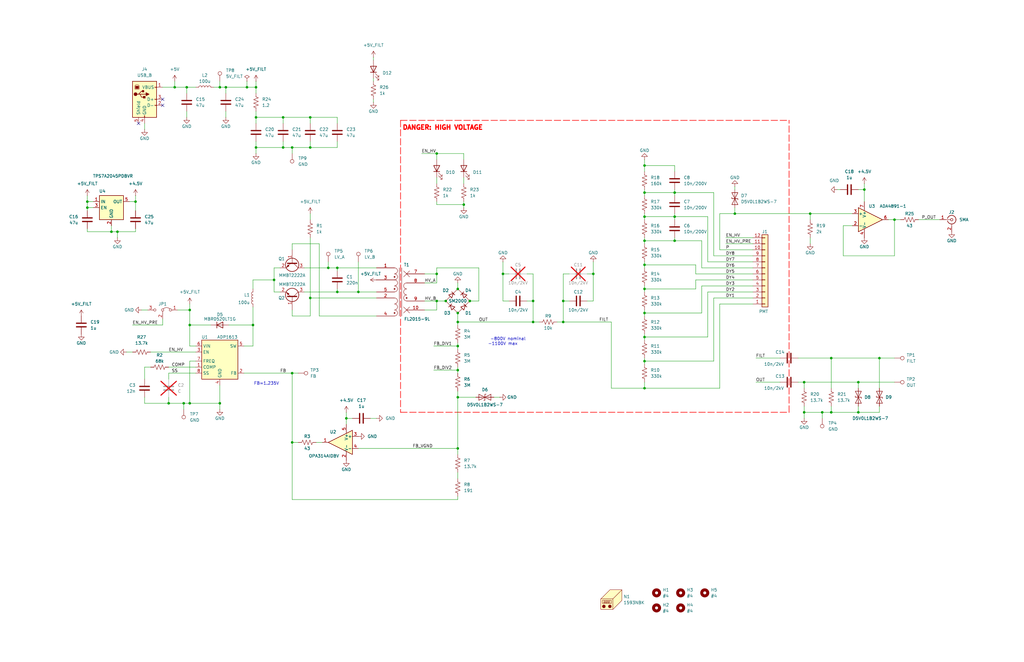
<source format=kicad_sch>
(kicad_sch (version 20231120) (generator "eeschema") (generator_version "8.0")
  (paper "B")
  (junction (at 142.24 123.19))
  (junction (at 138.43 113.03))
  (junction (at 57.15 85.09))
  (junction (at 73.66 36.83))
  (junction (at 284.48 81.28))
  (junction (at 130.81 49.53))
  (junction (at 364.49 80.01))
  (junction (at 198.12 127))
  (junction (at 107.95 62.23))
  (junction (at 123.19 157.48))
  (junction (at 271.78 142.24))
  (junction (at 193.04 167.64))
  (junction (at 341.63 90.17))
  (junction (at 184.15 64.77))
  (junction (at 271.78 111.76))
  (junction (at 71.12 170.18))
  (junction (at 151.13 123.19))
  (junction (at 195.58 86.36))
  (junction (at 250.19 115.57))
  (junction (at 309.88 90.17))
  (junction (at 237.49 127))
  (junction (at 193.04 146.05))
  (junction (at 106.68 137.16))
  (junction (at 193.04 189.23))
  (junction (at 107.95 36.83))
  (junction (at 78.74 36.83))
  (junction (at 119.38 62.23))
  (junction (at 193.04 135.89))
  (junction (at 119.38 49.53))
  (junction (at 361.95 161.29))
  (junction (at 339.09 173.99))
  (junction (at 224.79 135.89))
  (junction (at 346.71 173.99))
  (junction (at 107.95 49.53))
  (junction (at 184.15 127))
  (junction (at 49.53 97.79))
  (junction (at 271.78 69.85))
  (junction (at 115.57 118.11))
  (junction (at 104.14 36.83))
  (junction (at 212.09 115.57))
  (junction (at 271.78 152.4))
  (junction (at 36.83 85.09))
  (junction (at 142.24 113.03))
  (junction (at 350.52 151.13))
  (junction (at 370.84 151.13))
  (junction (at 224.79 127))
  (junction (at 271.78 163.83))
  (junction (at 123.19 186.69))
  (junction (at 271.78 101.6))
  (junction (at 80.01 137.16))
  (junction (at 80.01 170.18))
  (junction (at 130.81 62.23))
  (junction (at 271.78 132.08))
  (junction (at 130.81 125.73))
  (junction (at 193.04 156.21))
  (junction (at 77.47 170.18))
  (junction (at 92.71 36.83))
  (junction (at 92.71 170.18))
  (junction (at 146.05 176.53))
  (junction (at 123.19 62.23))
  (junction (at 361.95 173.99))
  (junction (at 271.78 121.92))
  (junction (at 339.09 161.29))
  (junction (at 46.99 97.79))
  (junction (at 36.83 87.63))
  (junction (at 284.48 101.6))
  (junction (at 193.04 132.08))
  (junction (at 350.52 173.99))
  (junction (at 80.01 130.81))
  (junction (at 284.48 91.44))
  (junction (at 193.04 121.92))
  (junction (at 237.49 135.89))
  (junction (at 187.96 127))
  (junction (at 95.25 36.83))
  (junction (at 271.78 91.44))
  (junction (at 271.78 81.28))
  (junction (at 184.15 115.57))
  (junction (at 377.19 92.71))
  (no_connect (at 68.58 41.91))
  (no_connect (at 68.58 44.45))
  (no_connect (at 58.42 52.07))
  (wire (pts (xy 193.04 191.77) (xy 193.04 189.23)))
  (wire (pts (xy 158.75 133.35) (xy 134.62 133.35)))
  (wire (pts (xy 339.09 161.29) (xy 339.09 163.83)))
  (wire (pts (xy 80.01 130.81) (xy 80.01 137.16)))
  (wire (pts (xy 106.68 137.16) (xy 106.68 146.05)))
  (wire (pts (xy 142.24 121.92) (xy 142.24 123.19)))
  (wire (pts (xy 119.38 62.23) (xy 107.95 62.23)))
  (wire (pts (xy 271.78 101.6) (xy 271.78 102.87)))
  (wire (pts (xy 78.74 46.99) (xy 78.74 49.53)))
  (wire (pts (xy 142.24 49.53) (xy 130.81 49.53)))
  (wire (pts (xy 95.25 36.83) (xy 104.14 36.83)))
  (wire (pts (xy 106.68 118.11) (xy 115.57 118.11)))
  (wire (pts (xy 193.04 135.89) (xy 193.04 137.16)))
  (wire (pts (xy 107.95 46.99) (xy 107.95 49.53)))
  (wire (pts (xy 303.53 105.41) (xy 317.5 105.41)))
  (wire (pts (xy 36.83 97.79) (xy 46.99 97.79)))
  (wire (pts (xy 298.45 142.24) (xy 298.45 123.19)))
  (wire (pts (xy 250.19 110.49) (xy 250.19 115.57)))
  (wire (pts (xy 224.79 135.89) (xy 227.33 135.89)))
  (wire (pts (xy 182.88 146.05) (xy 193.04 146.05)))
  (wire (pts (xy 54.61 85.09) (xy 57.15 85.09)))
  (wire (pts (xy 107.95 62.23) (xy 107.95 59.69)))
  (wire (pts (xy 355.6 107.95) (xy 377.19 107.95)))
  (wire (pts (xy 193.04 132.08) (xy 193.04 135.89)))
  (wire (pts (xy 271.78 81.28) (xy 271.78 82.55)))
  (wire (pts (xy 90.17 36.83) (xy 92.71 36.83)))
  (wire (pts (xy 142.24 52.07) (xy 142.24 49.53)))
  (wire (pts (xy 284.48 100.33) (xy 284.48 101.6)))
  (wire (pts (xy 350.52 173.99) (xy 361.95 173.99)))
  (wire (pts (xy 240.03 127) (xy 237.49 127)))
  (wire (pts (xy 284.48 81.28) (xy 300.99 81.28)))
  (wire (pts (xy 96.52 137.16) (xy 106.68 137.16)))
  (wire (pts (xy 195.58 64.77) (xy 184.15 64.77)))
  (wire (pts (xy 370.84 151.13) (xy 377.19 151.13)))
  (wire (pts (xy 71.12 154.94) (xy 82.55 154.94)))
  (wire (pts (xy 271.78 132.08) (xy 271.78 133.35)))
  (wire (pts (xy 80.01 137.16) (xy 88.9 137.16)))
  (wire (pts (xy 303.53 128.27) (xy 317.5 128.27)))
  (wire (pts (xy 128.27 123.19) (xy 142.24 123.19)))
  (wire (pts (xy 106.68 129.54) (xy 106.68 137.16)))
  (wire (pts (xy 237.49 135.89) (xy 257.81 135.89)))
  (wire (pts (xy 59.69 130.81) (xy 62.23 130.81)))
  (wire (pts (xy 201.93 127) (xy 198.12 127)))
  (wire (pts (xy 146.05 173.99) (xy 146.05 176.53)))
  (wire (pts (xy 208.28 167.64) (xy 210.82 167.64)))
  (wire (pts (xy 354.33 80.01) (xy 353.06 80.01)))
  (wire (pts (xy 271.78 140.97) (xy 271.78 142.24)))
  (wire (pts (xy 80.01 137.16) (xy 80.01 146.05)))
  (wire (pts (xy 300.99 107.95) (xy 317.5 107.95)))
  (wire (pts (xy 106.68 146.05) (xy 102.87 146.05)))
  (wire (pts (xy 364.49 80.01) (xy 364.49 85.09)))
  (wire (pts (xy 130.81 133.35) (xy 123.19 133.35)))
  (wire (pts (xy 193.04 199.39) (xy 193.04 201.93)))
  (wire (pts (xy 157.48 41.91) (xy 157.48 43.18)))
  (wire (pts (xy 104.14 36.83) (xy 107.95 36.83)))
  (wire (pts (xy 184.15 119.38) (xy 179.07 119.38)))
  (wire (pts (xy 271.78 91.44) (xy 284.48 91.44)))
  (wire (pts (xy 212.09 110.49) (xy 212.09 115.57)))
  (polyline (pts (xy 168.91 173.99) (xy 332.74 173.99)) (stroke (width 0.254) (type dash) (color 255 0 0 1)))
  (wire (pts (xy 234.95 135.89) (xy 237.49 135.89)))
  (wire (pts (xy 284.48 69.85) (xy 284.48 72.39)))
  (wire (pts (xy 298.45 123.19) (xy 317.5 123.19)))
  (wire (pts (xy 53.34 148.59) (xy 55.88 148.59)))
  (wire (pts (xy 123.19 133.35) (xy 123.19 130.81)))
  (wire (pts (xy 387.35 92.71) (xy 396.24 92.71)))
  (wire (pts (xy 341.63 90.17) (xy 359.41 90.17)))
  (wire (pts (xy 293.37 118.11) (xy 317.5 118.11)))
  (wire (pts (xy 123.19 102.87) (xy 123.19 105.41)))
  (wire (pts (xy 303.53 105.41) (xy 303.53 90.17)))
  (wire (pts (xy 193.04 165.1) (xy 193.04 167.64)))
  (wire (pts (xy 271.78 161.29) (xy 271.78 163.83)))
  (wire (pts (xy 298.45 110.49) (xy 317.5 110.49)))
  (wire (pts (xy 77.47 170.18) (xy 80.01 170.18)))
  (wire (pts (xy 300.99 152.4) (xy 271.78 152.4)))
  (wire (pts (xy 293.37 121.92) (xy 293.37 118.11)))
  (wire (pts (xy 134.62 102.87) (xy 123.19 102.87)))
  (wire (pts (xy 193.04 156.21) (xy 193.04 157.48)))
  (wire (pts (xy 237.49 115.57) (xy 237.49 127)))
  (wire (pts (xy 57.15 85.09) (xy 57.15 88.9)))
  (wire (pts (xy 346.71 173.99) (xy 346.71 176.53)))
  (wire (pts (xy 271.78 69.85) (xy 284.48 69.85)))
  (polyline (pts (xy 168.91 50.8) (xy 168.91 173.99)) (stroke (width 0.254) (type dash) (color 255 0 0 1)))
  (wire (pts (xy 195.58 67.31) (xy 195.58 64.77)))
  (wire (pts (xy 36.83 96.52) (xy 36.83 97.79)))
  (wire (pts (xy 107.95 34.29) (xy 107.95 36.83)))
  (wire (pts (xy 339.09 173.99) (xy 339.09 176.53)))
  (wire (pts (xy 60.96 160.02) (xy 60.96 154.94)))
  (wire (pts (xy 179.07 127) (xy 184.15 127)))
  (wire (pts (xy 193.04 135.89) (xy 224.79 135.89)))
  (wire (pts (xy 134.62 133.35) (xy 134.62 102.87)))
  (wire (pts (xy 182.88 156.21) (xy 193.04 156.21)))
  (wire (pts (xy 157.48 24.13) (xy 157.48 25.4)))
  (wire (pts (xy 193.04 210.82) (xy 193.04 209.55)))
  (wire (pts (xy 151.13 189.23) (xy 193.04 189.23)))
  (wire (pts (xy 107.95 36.83) (xy 107.95 39.37)))
  (wire (pts (xy 195.58 85.09) (xy 195.58 86.36)))
  (wire (pts (xy 271.78 111.76) (xy 271.78 113.03)))
  (wire (pts (xy 306.07 102.87) (xy 317.5 102.87)))
  (wire (pts (xy 257.81 135.89) (xy 257.81 163.83)))
  (wire (pts (xy 271.78 152.4) (xy 271.78 153.67)))
  (wire (pts (xy 224.79 127) (xy 224.79 135.89)))
  (wire (pts (xy 271.78 111.76) (xy 293.37 111.76)))
  (wire (pts (xy 115.57 118.11) (xy 115.57 113.03)))
  (wire (pts (xy 370.84 171.45) (xy 370.84 173.99)))
  (wire (pts (xy 36.83 85.09) (xy 39.37 85.09)))
  (wire (pts (xy 142.24 113.03) (xy 158.75 113.03)))
  (wire (pts (xy 339.09 171.45) (xy 339.09 173.99)))
  (wire (pts (xy 73.66 36.83) (xy 78.74 36.83)))
  (wire (pts (xy 346.71 173.99) (xy 350.52 173.99)))
  (wire (pts (xy 271.78 130.81) (xy 271.78 132.08)))
  (wire (pts (xy 298.45 91.44) (xy 298.45 110.49)))
  (wire (pts (xy 295.91 132.08) (xy 295.91 120.65)))
  (wire (pts (xy 284.48 101.6) (xy 271.78 101.6)))
  (wire (pts (xy 377.19 107.95) (xy 377.19 92.71)))
  (wire (pts (xy 271.78 151.13) (xy 271.78 152.4)))
  (wire (pts (xy 95.25 46.99) (xy 95.25 49.53)))
  (wire (pts (xy 55.88 137.16) (xy 68.58 137.16)))
  (wire (pts (xy 46.99 97.79) (xy 49.53 97.79)))
  (wire (pts (xy 222.25 127) (xy 224.79 127)))
  (wire (pts (xy 133.35 186.69) (xy 135.89 186.69)))
  (wire (pts (xy 336.55 151.13) (xy 350.52 151.13)))
  (wire (pts (xy 130.81 49.53) (xy 119.38 49.53)))
  (wire (pts (xy 306.07 100.33) (xy 317.5 100.33)))
  (wire (pts (xy 300.99 125.73) (xy 317.5 125.73)))
  (wire (pts (xy 60.96 52.07) (xy 60.96 54.61)))
  (wire (pts (xy 271.78 121.92) (xy 271.78 123.19)))
  (wire (pts (xy 195.58 74.93) (xy 195.58 77.47)))
  (wire (pts (xy 271.78 120.65) (xy 271.78 121.92)))
  (wire (pts (xy 60.96 170.18) (xy 71.12 170.18)))
  (wire (pts (xy 250.19 115.57) (xy 247.65 115.57)))
  (wire (pts (xy 309.88 80.01) (xy 309.88 78.74)))
  (wire (pts (xy 39.37 87.63) (xy 36.83 87.63)))
  (wire (pts (xy 193.04 146.05) (xy 193.04 147.32)))
  (wire (pts (xy 128.27 113.03) (xy 138.43 113.03)))
  (wire (pts (xy 179.07 130.81) (xy 184.15 130.81)))
  (wire (pts (xy 257.81 163.83) (xy 271.78 163.83)))
  (wire (pts (xy 293.37 111.76) (xy 293.37 115.57)))
  (wire (pts (xy 142.24 59.69) (xy 142.24 62.23)))
  (wire (pts (xy 57.15 97.79) (xy 57.15 96.52)))
  (wire (pts (xy 130.81 125.73) (xy 158.75 125.73)))
  (wire (pts (xy 284.48 80.01) (xy 284.48 81.28)))
  (wire (pts (xy 63.5 148.59) (xy 82.55 148.59)))
  (wire (pts (xy 119.38 52.07) (xy 119.38 49.53)))
  (wire (pts (xy 92.71 162.56) (xy 92.71 170.18)))
  (wire (pts (xy 36.83 87.63) (xy 36.83 85.09)))
  (wire (pts (xy 36.83 87.63) (xy 36.83 88.9)))
  (wire (pts (xy 184.15 127) (xy 187.96 127)))
  (wire (pts (xy 179.07 115.57) (xy 184.15 115.57)))
  (wire (pts (xy 158.75 176.53) (xy 156.21 176.53)))
  (wire (pts (xy 80.01 170.18) (xy 92.71 170.18)))
  (wire (pts (xy 123.19 62.23) (xy 123.19 64.77)))
  (wire (pts (xy 336.55 161.29) (xy 339.09 161.29)))
  (wire (pts (xy 350.52 151.13) (xy 350.52 163.83)))
  (wire (pts (xy 214.63 127) (xy 212.09 127)))
  (wire (pts (xy 193.04 167.64) (xy 193.04 189.23)))
  (wire (pts (xy 74.93 130.81) (xy 80.01 130.81)))
  (wire (pts (xy 184.15 85.09) (xy 184.15 86.36)))
  (wire (pts (xy 370.84 151.13) (xy 370.84 163.83)))
  (wire (pts (xy 92.71 34.29) (xy 92.71 36.83)))
  (wire (pts (xy 106.68 121.92) (xy 106.68 118.11)))
  (wire (pts (xy 80.01 146.05) (xy 82.55 146.05)))
  (wire (pts (xy 78.74 36.83) (xy 82.55 36.83)))
  (wire (pts (xy 295.91 120.65) (xy 317.5 120.65)))
  (wire (pts (xy 284.48 81.28) (xy 284.48 82.55)))
  (wire (pts (xy 123.19 186.69) (xy 123.19 210.82)))
  (wire (pts (xy 57.15 82.55) (xy 57.15 85.09)))
  (wire (pts (xy 184.15 115.57) (xy 184.15 119.38)))
  (wire (pts (xy 130.81 62.23) (xy 142.24 62.23)))
  (wire (pts (xy 271.78 163.83) (xy 303.53 163.83)))
  (wire (pts (xy 71.12 167.64) (xy 71.12 170.18)))
  (wire (pts (xy 271.78 80.01) (xy 271.78 81.28)))
  (wire (pts (xy 115.57 123.19) (xy 115.57 118.11)))
  (wire (pts (xy 60.96 167.64) (xy 60.96 170.18)))
  (wire (pts (xy 284.48 90.17) (xy 284.48 91.44)))
  (wire (pts (xy 146.05 176.53) (xy 146.05 179.07)))
  (wire (pts (xy 49.53 97.79) (xy 57.15 97.79)))
  (wire (pts (xy 359.41 95.25) (xy 355.6 95.25)))
  (wire (pts (xy 271.78 67.31) (xy 271.78 69.85)))
  (wire (pts (xy 130.81 62.23) (xy 123.19 62.23)))
  (wire (pts (xy 68.58 134.62) (xy 68.58 137.16)))
  (wire (pts (xy 271.78 91.44) (xy 271.78 92.71)))
  (wire (pts (xy 195.58 86.36) (xy 195.58 87.63)))
  (wire (pts (xy 138.43 110.49) (xy 138.43 113.03)))
  (wire (pts (xy 151.13 123.19) (xy 158.75 123.19)))
  (wire (pts (xy 271.78 121.92) (xy 293.37 121.92)))
  (wire (pts (xy 193.04 167.64) (xy 200.66 167.64)))
  (wire (pts (xy 377.19 92.71) (xy 379.73 92.71)))
  (wire (pts (xy 370.84 173.99) (xy 361.95 173.99)))
  (wire (pts (xy 123.19 157.48) (xy 125.73 157.48)))
  (wire (pts (xy 271.78 81.28) (xy 284.48 81.28)))
  (wire (pts (xy 300.99 81.28) (xy 300.99 107.95)))
  (wire (pts (xy 309.88 90.17) (xy 341.63 90.17)))
  (wire (pts (xy 123.19 62.23) (xy 119.38 62.23)))
  (wire (pts (xy 142.24 114.3) (xy 142.24 113.03)))
  (wire (pts (xy 201.93 113.03) (xy 201.93 127)))
  (wire (pts (xy 73.66 36.83) (xy 73.66 34.29)))
  (wire (pts (xy 300.99 125.73) (xy 300.99 152.4)))
  (wire (pts (xy 339.09 173.99) (xy 346.71 173.99)))
  (wire (pts (xy 193.04 210.82) (xy 123.19 210.82)))
  (wire (pts (xy 82.55 152.4) (xy 80.01 152.4)))
  (wire (pts (xy 92.71 36.83) (xy 95.25 36.83)))
  (wire (pts (xy 115.57 113.03) (xy 118.11 113.03)))
  (wire (pts (xy 350.52 171.45) (xy 350.52 173.99)))
  (wire (pts (xy 271.78 142.24) (xy 271.78 143.51)))
  (wire (pts (xy 46.99 95.25) (xy 46.99 97.79)))
  (wire (pts (xy 95.25 36.83) (xy 95.25 39.37)))
  (wire (pts (xy 193.04 121.92) (xy 193.04 119.38)))
  (wire (pts (xy 341.63 90.17) (xy 341.63 92.71)))
  (wire (pts (xy 102.87 157.48) (xy 123.19 157.48)))
  (wire (pts (xy 250.19 127) (xy 250.19 115.57)))
  (wire (pts (xy 361.95 80.01) (xy 364.49 80.01)))
  (wire (pts (xy 309.88 87.63) (xy 309.88 90.17)))
  (wire (pts (xy 184.15 74.93) (xy 184.15 77.47)))
  (wire (pts (xy 71.12 170.18) (xy 77.47 170.18)))
  (wire (pts (xy 284.48 91.44) (xy 284.48 92.71)))
  (wire (pts (xy 123.19 186.69) (xy 125.73 186.69)))
  (wire (pts (xy 247.65 127) (xy 250.19 127)))
  (wire (pts (xy 339.09 161.29) (xy 361.95 161.29)))
  (wire (pts (xy 36.83 82.55) (xy 36.83 85.09)))
  (wire (pts (xy 271.78 132.08) (xy 295.91 132.08)))
  (wire (pts (xy 104.14 34.29) (xy 104.14 36.83)))
  (wire (pts (xy 107.95 49.53) (xy 119.38 49.53)))
  (wire (pts (xy 271.78 110.49) (xy 271.78 111.76)))
  (wire (pts (xy 284.48 91.44) (xy 298.45 91.44)))
  (wire (pts (xy 293.37 115.57) (xy 317.5 115.57)))
  (wire (pts (xy 184.15 113.03) (xy 184.15 115.57)))
  (wire (pts (xy 142.24 123.19) (xy 151.13 123.19)))
  (wire (pts (xy 107.95 49.53) (xy 107.95 52.07)))
  (wire (pts (xy 151.13 110.49) (xy 151.13 123.19)))
  (wire (pts (xy 130.81 125.73) (xy 130.81 133.35)))
  (wire (pts (xy 71.12 160.02) (xy 71.12 157.48)))
  (wire (pts (xy 212.09 115.57) (xy 214.63 115.57)))
  (wire (pts (xy 193.04 144.78) (xy 193.04 146.05)))
  (wire (pts (xy 271.78 90.17) (xy 271.78 91.44)))
  (wire (pts (xy 350.52 151.13) (xy 370.84 151.13)))
  (wire (pts (xy 222.25 115.57) (xy 224.79 115.57)))
  (wire (pts (xy 130.81 52.07) (xy 130.81 49.53)))
  (wire (pts (xy 193.04 154.94) (xy 193.04 156.21)))
  (wire (pts (xy 80.01 128.27) (xy 80.01 130.81)))
  (wire (pts (xy 184.15 64.77) (xy 184.15 67.31)))
  (wire (pts (xy 318.77 151.13) (xy 328.93 151.13)))
  (wire (pts (xy 68.58 36.83) (xy 73.66 36.83)))
  (wire (pts (xy 78.74 39.37) (xy 78.74 36.83)))
  (wire (pts (xy 77.47 170.18) (xy 77.47 172.72)))
  (wire (pts (xy 361.95 171.45) (xy 361.95 173.99)))
  (wire (pts (xy 184.15 113.03) (xy 201.93 113.03)))
  (wire (pts (xy 49.53 97.79) (xy 49.53 100.33)))
  (wire (pts (xy 271.78 72.39) (xy 271.78 69.85)))
  (wire (pts (xy 361.95 161.29) (xy 361.95 163.83)))
  (wire (pts (xy 364.49 77.47) (xy 364.49 80.01)))
  (wire (pts (xy 92.71 172.72) (xy 92.71 170.18)))
  (wire (pts (xy 237.49 127) (xy 237.49 135.89)))
  (wire (pts (xy 361.95 161.29) (xy 377.19 161.29)))
  (wire (pts (xy 60.96 154.94) (xy 63.5 154.94)))
  (wire (pts (xy 130.81 90.17) (xy 130.81 92.71)))
  (wire (pts (xy 271.78 100.33) (xy 271.78 101.6)))
  (wire (pts (xy 303.53 163.83) (xy 303.53 128.27)))
  (wire (pts (xy 80.01 152.4) (xy 80.01 170.18)))
  (wire (pts (xy 240.03 115.57) (xy 237.49 115.57)))
  (wire (pts (xy 271.78 142.24) (xy 298.45 142.24)))
  (wire (pts (xy 157.48 33.02) (xy 157.48 34.29)))
  (polyline (pts (xy 332.74 173.99) (xy 332.74 50.8)) (stroke (width 0.254) (type dash) (color 255 0 0 1)))
  (wire (pts (xy 123.19 157.48) (xy 123.19 186.69)))
  (wire (pts (xy 295.91 101.6) (xy 284.48 101.6)))
  (wire (pts (xy 295.91 113.03) (xy 317.5 113.03)))
  (wire (pts (xy 295.91 113.03) (xy 295.91 101.6)))
  (wire (pts (xy 318.77 161.29) (xy 328.93 161.29)))
  (wire (pts (xy 303.53 90.17) (xy 309.88 90.17)))
  (wire (pts (xy 377.19 92.71) (xy 374.65 92.71)))
  (wire (pts (xy 184.15 86.36) (xy 195.58 86.36)))
  (wire (pts (xy 341.63 100.33) (xy 341.63 102.87)))
  (wire (pts (xy 138.43 113.03) (xy 142.24 113.03)))
  (wire (pts (xy 212.09 127) (xy 212.09 115.57)))
  (wire (pts (xy 184.15 127) (xy 184.15 130.81)))
  (wire (pts (xy 107.95 62.23) (xy 107.95 64.77)))
  (wire (pts (xy 118.11 123.19) (xy 115.57 123.19)))
  (wire (pts (xy 146.05 176.53) (xy 148.59 176.53)))
  (wire (pts (xy 71.12 157.48) (xy 82.55 157.48)))
  (wire (pts (xy 130.81 59.69) (xy 130.81 62.23)))
  (wire (pts (xy 224.79 115.57) (xy 224.79 127)))
  (wire (pts (xy 355.6 95.25) (xy 355.6 107.95)))
  (wire (pts (xy 130.81 100.33) (xy 130.81 125.73)))
  (wire (pts (xy 177.8 64.77) (xy 184.15 64.77)))
  (polyline (pts (xy 168.91 50.8) (xy 332.74 50.8)) (stroke (width 0.254) (type dash) (color 255 0 0 1)))
  (wire (pts (xy 119.38 59.69) (xy 119.38 62.23)))
  (text "FB=1.235V" (at 112.395 161.925 0) (effects (font (size 1.27 1.27))))
  (text " -800V nominal\n-1100V max" (at 205.74 144.145 0) (effects (font (size 1.27 1.27)) (justify left)))
  (text "DANGER: HIGH VOLTAGE" (at 186.69 53.975 0) (effects (font (size 1.905 1.905) (thickness 0.508) (bold yes))))
  (label "EN_HV_PRE" (at 55.88 137.16 0))
  (label "P_OUT" (at 388.62 92.71 0))
  (label "DY8" (at 306.07 107.95 0))
  (label "P" (at 306.07 105.41 0))
  (label "HV_B" (at 179.07 127 0))
  (label "EN_HV" (at 306.07 100.33 0))
  (label "DY2" (at 306.07 123.19 0))
  (label "DY3" (at 306.07 120.65 0))
  (label "FILT" (at 318.77 151.13 0))
  (label "FB_VGND" (at 173.99 189.23 0))
  (label "DY7" (at 306.07 110.49 0))
  (label "FB" (at 118.11 157.48 0))
  (label "OUT" (at 205.74 135.89 180))
  (label "DY5" (at 306.07 115.57 0))
  (label "EN_HV" (at 71.12 148.59 0))
  (label "FB_DIV1" (at 182.88 146.05 0))
  (label "DY6" (at 306.07 113.03 0))
  (label "EN_HV_PRE" (at 306.07 102.87 0))
  (label "OUT" (at 318.77 161.29 0))
  (label "HV_A" (at 179.07 119.38 0))
  (label "SS" (at 72.39 157.48 0))
  (label "FILT" (at 256.54 135.89 180))
  (label "COMP" (at 72.39 154.94 0))
  (label "DY4" (at 306.07 118.11 0))
  (label "EN_HV" (at 177.8 64.77 0))
  (label "FB_DIV2" (at 182.88 156.21 0))
  (label "DY1" (at 306.07 125.73 0))
  (symbol (lib_id "power:GND") (at 364.49 100.33 0) (unit 1)
    (property "Reference" "#PWR014" (effects (hide yes)))
    (property "Value" "GND" (at 364.49 104.14 0))
    (property "Description" "Power symbol creates a global label with name \"GND\" , ground" (effects (hide yes)))
  )
  (symbol (lib_id "power:GND") (at 146.05 194.31 0) (unit 1)
    (property "Reference" "#PWR06" (effects (hide yes)))
    (property "Value" "GND" (at 146.05 198.12 0))
    (property "Description" "Power symbol creates a global label with name \"GND\" , ground" (effects (hide yes)))
  )
  (symbol (lib_id "power:PWR_FLAG") (at 104.14 34.29 0) (unit 1)
    (property "Reference" "#FLG01" (effects (hide yes)))
    (property "Value" "PWR_FLAG" (effects (hide yes)))
    (property "Description" "Special symbol for telling ERC where power comes from" (effects (hide yes)))
  )
  (symbol (lib_id "Device:D_45deg") (at 195.58 124.46 180) (unit 1)
    (property "Reference" "D4" (at 197.485 122.555 0))
    (property "Value" "SM2000" (effects (hide yes)))
    (property "Footprint" "Diode_SMD:D_MELF_Handsoldering" (effects (hide yes)))
    (property "Datasheet" "https://www.smc-diodes.com/propdf/S1Y%20N2281%20REV.-.pdf" (effects (hide yes)))
    (property "Description" "Diode, rotated by 45°" (effects (hide yes)))
    (property "Sim.Device" "D" (effects (hide yes)))
    (property "Sim.Pins" "1=K 2=A" (effects (hide yes)))
    (property "DIGIKEY_PN" "4878-SM2000CT-ND" (effects (hide yes)))
  )
  (symbol (lib_id "Amplifier_Operational:OPA333xxDBV") (at 143.51 186.69 0) (mirror y) (unit 1)
    (property "Reference" "U2" (at 139.065 182.245 0) (effects (justify right)))
    (property "Value" "OPA314AIDBV" (at 130.175 192.405 0) (effects (justify right)))
    (property "Footprint" "Package_TO_SOT_SMD:SOT-23-5_HandSoldering" (effects (hide yes)))
    (property "Datasheet" "https://www.ti.com/lit/ds/symlink/opa314.pdf" (effects (hide yes)))
    (property "DIGIKEY_PN" "296-36699-1-ND" (effects (hide yes)))
  )
  (symbol (lib_id "power:GND") (at 193.04 119.38 180) (unit 1)
    (property "Reference" "#PWR01" (effects (hide yes)))
    (property "Value" "GND" (at 193.04 115.57 0))
    (property "Description" "Power symbol creates a global label with name \"GND\" , ground" (effects (hide yes)))
  )
  (symbol (lib_id "Diode:SD05_SOD323") (at 370.84 167.64 90) (unit 1)
    (property "Reference" "D9" (at 373.38 167.64 90) (effects (justify right)))
    (property "Value" "D5V0L1B2WS-7" (at 359.41 176.53 90) (effects (justify right)))
    (property "Footprint" "Diode_SMD:D_SOD-323_HandSoldering" (effects (hide yes)))
    (property "Datasheet" "https://www.littelfuse.com/~/media/electronics/datasheets/tvs_diode_arrays/littelfuse_tvs_diode_array_sd_c_datasheet.pdf.pdf" (effects (hide yes)))
    (property "Description" "5V, 450W Discrete Bidirectional TVS Diode, SOD-323" (effects (hide yes)))
    (property "DIGIKEY_PN" "D5V0L1B2WS-7DICT-ND" (effects (hide yes)))
  )
  (symbol (lib_id "pmt_symbols:ADP1613") (at 92.71 152.4 0) (unit 1)
    (property "Reference" "U1" (at 86.36 142.24 0))
    (property "Value" "ADP1613" (at 95.885 142.24 0))
    (property "Footprint" "Package_SO:MSOP-8_3x3mm_P0.65mm" (effects (hide yes)))
    (property "Datasheet" "https://www.analog.com/media/en/technical-documentation/data-sheets/ADP1612_1613.pdf" (effects (hide yes)))
    (property "DIGIKEY_PN" "505-ADP1613ARMZ-R7CT-ND" (effects (hide yes)))
  )
  (symbol (lib_id "Device:C") (at 142.24 55.88 0) (unit 1)
    (property "Reference" "C23" (at 146.05 54.6099 0) (effects (justify left)))
    (property "Value" "47u" (at 146.05 57.1499 0) (effects (justify left)))
    (property "Footprint" "Capacitor_SMD:C_1210_3225Metric_Pad1.33x2.70mm_HandSolder" (effects (hide yes)))
    (property "Description" "Unpolarized capacitor" (effects (hide yes)))
    (property "DIGIKEY_PN" "587-5922-1-ND" (effects (hide yes)))
  )
  (symbol (lib_id "Device:R_US") (at 350.52 167.64 180) (unit 1)
    (property "Reference" "R21" (at 353.06 166.3699 0) (effects (justify right)))
    (property "Value" "13.7k" (at 353.06 168.9099 0) (effects (justify right)))
    (property "Footprint" "Resistor_SMD:R_0603_1608Metric_Pad0.98x0.95mm_HandSolder" (effects (hide yes)))
    (property "Description" "Resistor, US symbol" (effects (hide yes)))
    (property "DIGIKEY_PN" "P13.7KDBCT-ND" (effects (hide yes)))
  )
  (symbol (lib_id "Device:C") (at 34.29 137.16 0) (unit 1)
    (property "Reference" "C19" (at 38.1 135.8899 0) (effects (justify left)))
    (property "Value" "1u" (at 38.1 138.4299 0) (effects (justify left)))
    (property "Footprint" "Capacitor_SMD:C_0603_1608Metric_Pad1.08x0.95mm_HandSolder" (effects (hide yes)))
    (property "Description" "Unpolarized capacitor" (effects (hide yes)))
    (property "DIGIKEY_PN" "1276-1946-1-ND" (effects (hide yes)))
  )
  (symbol (lib_id "Device:D_45deg") (at 195.58 129.54 90) (unit 1)
    (property "Reference" "D1" (at 197.485 132.08 90))
    (property "Value" "SM2000" (at 193.04 127 90))
    (property "Footprint" "Diode_SMD:D_MELF_Handsoldering" (effects (hide yes)))
    (property "Datasheet" "https://www.smc-diodes.com/propdf/S1Y%20N2281%20REV.-.pdf" (effects (hide yes)))
    (property "Description" "Diode, rotated by 45°" (effects (hide yes)))
    (property "Sim.Device" "D" (effects (hide yes)))
    (property "Sim.Pins" "1=K 2=A" (effects (hide yes)))
    (property "DIGIKEY_PN" "4878-SM2000CT-ND" (effects (hide yes)))
  )
  (symbol (lib_id "Device:C") (at 119.38 55.88 0) (unit 1)
    (property "Reference" "C21" (at 123.19 54.6099 0) (effects (justify left)))
    (property "Value" "47u" (at 123.19 57.1499 0) (effects (justify left)))
    (property "Footprint" "Capacitor_SMD:C_1210_3225Metric_Pad1.33x2.70mm_HandSolder" (effects (hide yes)))
    (property "Description" "Unpolarized capacitor" (effects (hide yes)))
    (property "DIGIKEY_PN" "587-5922-1-ND" (effects (hide yes)))
  )
  (symbol (lib_id "Device:R_US") (at 59.69 148.59 270) (unit 1)
    (property "Reference" "R27" (at 59.69 142.24 90))
    (property "Value" "13.7k" (at 59.69 144.78 90))
    (property "Footprint" "Resistor_SMD:R_0603_1608Metric_Pad0.98x0.95mm_HandSolder" (effects (hide yes)))
    (property "Description" "Resistor, US symbol" (effects (hide yes)))
    (property "DIGIKEY_PN" "P13.7KDBCT-ND" (effects (hide yes)))
  )
  (symbol (lib_id "Device:R_US") (at 271.78 147.32 0) (unit 1)
    (property "Reference" "R11" (at 274.32 146.0499 0) (effects (justify left)))
    (property "Value" "330k" (at 274.32 148.5899 0) (effects (justify left)))
    (property "Footprint" "Resistor_SMD:R_0805_2012Metric_Pad1.20x1.40mm_HandSolder" (effects (hide yes)))
    (property "Description" "Resistor, US symbol" (effects (hide yes)))
    (property "DIGIKEY_PN" "YAG5980CT-ND" (effects (hide yes)))
  )
  (symbol (lib_id "Device:R_US") (at 271.78 106.68 0) (unit 1)
    (property "Reference" "R15" (at 274.32 105.4099 0) (effects (justify left)))
    (property "Value" "330k" (at 274.32 107.9499 0) (effects (justify left)))
    (property "Footprint" "Resistor_SMD:R_0805_2012Metric_Pad1.20x1.40mm_HandSolder" (effects (hide yes)))
    (property "Description" "Resistor, US symbol" (effects (hide yes)))
    (property "DIGIKEY_PN" "YAG5980CT-ND" (effects (hide yes)))
  )
  (symbol (lib_id "Device:R_US") (at 231.14 135.89 90) (unit 1)
    (property "Reference" "R9" (at 231.14 133.35 90))
    (property "Value" "10k" (at 231.14 138.43 90))
    (property "Footprint" "Resistor_SMD:R_0805_2012Metric_Pad1.20x1.40mm_HandSolder" (effects (hide yes)))
    (property "Description" "Resistor, US symbol" (effects (hide yes)))
    (property "DIGIKEY_PN" "P10KACT-ND" (effects (hide yes)))
  )
  (symbol (lib_id "Device:C") (at 358.14 80.01 270) (unit 1)
    (property "Reference" "C18" (at 358.14 72.39 90))
    (property "Value" "1u" (at 358.14 74.93 90))
    (property "Footprint" "Capacitor_SMD:C_0603_1608Metric_Pad1.08x0.95mm_HandSolder" (effects (hide yes)))
    (property "Description" "Unpolarized capacitor" (effects (hide yes)))
    (property "DIGIKEY_PN" "1276-1946-1-ND" (effects (hide yes)))
  )
  (symbol (lib_id "Connector:TestPoint") (at 346.71 176.53 180) (unit 1)
    (property "Reference" "TP4" (at 349.25 178.5619 0) (effects (justify right)))
    (property "Value" "GND" (at 349.25 181.1019 0) (effects (justify right)))
    (property "Footprint" "TestPoint:TestPoint_Keystone_5010-5014_Multipurpose" (effects (hide yes)))
    (property "Description" "test point" (effects (hide yes)))
    (property "DIGIKEY_PN" "36-5011-ND" (effects (hide yes)))
  )
  (symbol (lib_id "Regulator_Linear:TPS7A0518PDBV") (at 46.99 87.63 0) (unit 1)
    (property "Reference" "U4" (at 43.18 80.645 0))
    (property "Value" "TPS7A2045PDBVR" (at 47.625 74.295 0))
    (property "Footprint" "Package_TO_SOT_SMD:SOT-23-5" (effects (hide yes)))
    (property "Datasheet" "https://www.ti.com/lit/ds/symlink/tps7a20.pdf" (effects (hide yes)))
    (property "Description" "300-mA Ultra-Low-Iq LDO, 4.5V, SOT-23-5" (effects (hide yes)))
    (property "DIGIKEY_PN" "296-TPS7A2045PDBVRCT-ND" (effects (hide yes)))
  )
  (symbol (lib_id "Connector:TestPoint") (at 123.19 64.77 180) (unit 1)
    (property "Reference" "TP9" (at 125.73 66.8019 0) (effects (justify right)))
    (property "Value" "GND" (at 125.73 69.3419 0) (effects (justify right)))
    (property "Footprint" "TestPoint:TestPoint_Keystone_5010-5014_Multipurpose" (effects (hide yes)))
    (property "Description" "test point" (effects (hide yes)))
    (property "DIGIKEY_PN" "36-5011-ND" (effects (hide yes)))
  )
  (symbol (lib_id "power:+5VA") (at 34.29 133.35 0) (unit 1)
    (property "Reference" "#PWR025" (effects (hide yes)))
    (property "Value" "+5V_FILT" (at 34.29 128.27 0))
    (property "Description" "Power symbol creates a global label with name \"+5VA\"" (effects (hide yes)))
  )
  (symbol (lib_id "Device:D_45deg") (at 190.5 129.54 180) (unit 1)
    (property "Reference" "D3" (at 188.595 132.08 0))
    (property "Value" "SM2000" (effects (hide yes)))
    (property "Footprint" "Diode_SMD:D_MELF_Handsoldering" (effects (hide yes)))
    (property "Datasheet" "https://www.smc-diodes.com/propdf/S1Y%20N2281%20REV.-.pdf" (effects (hide yes)))
    (property "Description" "Diode, rotated by 45°" (effects (hide yes)))
    (property "Sim.Device" "D" (effects (hide yes)))
    (property "Sim.Pins" "1=K 2=A" (effects (hide yes)))
    (property "DIGIKEY_PN" "4878-SM2000CT-ND" (effects (hide yes)))
  )
  (symbol (lib_id "power:GND") (at 53.34 148.59 270) (unit 1)
    (property "Reference" "#PWR022" (effects (hide yes)))
    (property "Value" "GND" (at 50.165 148.59 90) (effects (justify right)))
    (property "Description" "Power symbol creates a global label with name \"GND\" , ground" (effects (hide yes)))
  )
  (symbol (lib_id "power:GND") (at 339.09 176.53 0) (unit 1)
    (property "Reference" "#PWR018" (effects (hide yes)))
    (property "Value" "GND" (at 339.09 180.34 0))
    (property "Description" "Power symbol creates a global label with name \"GND\" , ground" (effects (hide yes)))
  )
  (symbol (lib_id "Device:C") (at 284.48 96.52 0) (unit 1)
    (property "Reference" "C6" (at 288.29 95.2499 0) (effects (justify left)))
    (property "Value" "10n/200V" (at 288.29 97.7899 0) (effects (justify left)))
    (property "Footprint" "Capacitor_SMD:C_0805_2012Metric_Pad1.18x1.45mm_HandSolder" (effects (hide yes)))
    (property "Description" "Unpolarized capacitor" (effects (hide yes)))
    (property "DIGIKEY_PN" "732-12169-1-ND" (effects (hide yes)))
  )
  (symbol (lib_id "power:GND") (at 92.71 172.72 0) (unit 1)
    (property "Reference" "#PWR05" (effects (hide yes)))
    (property "Value" "GND" (at 92.71 176.53 0))
    (property "Description" "Power symbol creates a global label with name \"GND\" , ground" (effects (hide yes)))
  )
  (symbol (lib_id "Device:R_US") (at 193.04 151.13 0) (unit 1)
    (property "Reference" "R5" (at 195.58 149.8599 0) (effects (justify left)))
    (property "Value" "3M" (at 195.58 152.3999 0) (effects (justify left)))
    (property "Footprint" "Resistor_SMD:R_1206_3216Metric_Pad1.30x1.75mm_HandSolder" (effects (hide yes)))
    (property "Description" "Resistor, US symbol" (effects (hide yes)))
    (property "DIGIKEY_PN" "408-RGV3216P-3004-B-T1CT-ND" (effects (hide yes)))
  )
  (symbol (lib_id "Device:C") (at 36.83 92.71 0) (mirror y) (unit 1)
    (property "Reference" "C16" (at 33.02 91.4399 0) (effects (justify left)))
    (property "Value" "47u" (at 33.02 93.9799 0) (effects (justify left)))
    (property "Footprint" "Capacitor_SMD:C_1210_3225Metric_Pad1.33x2.70mm_HandSolder" (effects (hide yes)))
    (property "Description" "Unpolarized capacitor" (effects (hide yes)))
    (property "DIGIKEY_PN" "587-5922-1-ND" (effects (hide yes)))
  )
  (symbol (lib_id "Device:R_US") (at 271.78 86.36 0) (unit 1)
    (property "Reference" "R17" (at 274.32 85.0899 0) (effects (justify left)))
    (property "Value" "330k" (at 274.32 87.6299 0) (effects (justify left)))
    (property "Footprint" "Resistor_SMD:R_0805_2012Metric_Pad1.20x1.40mm_HandSolder" (effects (hide yes)))
    (property "Description" "Resistor, US symbol" (effects (hide yes)))
    (property "DIGIKEY_PN" "YAG5980CT-ND" (effects (hide yes)))
  )
  (symbol (lib_id "Device:C") (at 95.25 43.18 0) (unit 1)
    (property "Reference" "C24" (at 99.06 41.9099 0) (effects (justify left)))
    (property "Value" "47u" (at 99.06 44.4499 0) (effects (justify left)))
    (property "Footprint" "Capacitor_SMD:C_1210_3225Metric_Pad1.33x2.70mm_HandSolder" (effects (hide yes)))
    (property "Description" "Unpolarized capacitor" (effects (hide yes)))
    (property "DIGIKEY_PN" "587-5922-1-ND" (effects (hide yes)))
  )
  (symbol (lib_id "power:GND") (at 60.96 54.61 0) (unit 1)
    (property "Reference" "#PWR027" (effects (hide yes)))
    (property "Value" "GND" (at 60.96 58.42 0))
    (property "Description" "Power symbol creates a global label with name \"GND\" , ground" (effects (hide yes)))
  )
  (symbol (lib_id "Device:R_US") (at 271.78 96.52 0) (unit 1)
    (property "Reference" "R16" (at 274.32 95.2499 0) (effects (justify left)))
    (property "Value" "330k" (at 274.32 97.7899 0) (effects (justify left)))
    (property "Footprint" "Resistor_SMD:R_0805_2012Metric_Pad1.20x1.40mm_HandSolder" (effects (hide yes)))
    (property "Description" "Resistor, US symbol" (effects (hide yes)))
    (property "DIGIKEY_PN" "YAG5980CT-ND" (effects (hide yes)))
  )
  (symbol (lib_id "Connector:TestPoint") (at 138.43 110.49 0) (unit 1)
    (property "Reference" "TP5" (at 140.97 105.9179 0) (effects (justify left)))
    (property "Value" "LV_A" (at 140.97 108.4579 0) (effects (justify left)))
    (property "Footprint" "TestPoint:TestPoint_Keystone_5010-5014_Multipurpose" (effects (hide yes)))
    (property "Description" "test point" (effects (hide yes)))
    (property "DIGIKEY_PN" "36-5012-ND" (effects (hide yes)))
  )
  (symbol (lib_id "Device:C") (at 71.12 163.83 0) (unit 1) (dnp yes)
    (property "Reference" "C2" (at 74.93 162.5599 0) (effects (justify left)))
    (property "Value" "C" (at 74.93 165.0999 0) (effects (justify left)))
    (property "Footprint" "Capacitor_SMD:C_0603_1608Metric_Pad1.08x0.95mm_HandSolder" (effects (hide yes)))
    (property "Description" "Unpolarized capacitor" (effects (hide yes)))
  )
  (symbol (lib_id "power:GND") (at 271.78 67.31 180) (unit 1)
    (property "Reference" "#PWR011" (effects (hide yes)))
    (property "Value" "GND" (at 271.78 63.5 0))
    (property "Description" "Power symbol creates a global label with name \"GND\" , ground" (effects (hide yes)))
  )
  (symbol (lib_id "Connector:TestPoint") (at 377.19 151.13 270) (unit 1)
    (property "Reference" "TP1" (at 382.27 149.8599 90) (effects (justify left)))
    (property "Value" "FILT" (at 382.27 152.3999 90) (effects (justify left)))
    (property "Footprint" "TestPoint:TestPoint_Keystone_5010-5014_Multipurpose" (effects (hide yes)))
    (property "Description" "test point" (effects (hide yes)))
    (property "DIGIKEY_PN" "36-5013-ND" (effects (hide yes)))
  )
  (symbol (lib_id "Device:C") (at 284.48 76.2 0) (unit 1)
    (property "Reference" "C8" (at 288.29 74.9299 0) (effects (justify left)))
    (property "Value" "10n/200V" (at 288.29 77.4699 0) (effects (justify left)))
    (property "Footprint" "Capacitor_SMD:C_0805_2012Metric_Pad1.18x1.45mm_HandSolder" (effects (hide yes)))
    (property "Description" "Unpolarized capacitor" (effects (hide yes)))
    (property "DIGIKEY_PN" "732-12169-1-ND" (effects (hide yes)))
  )
  (symbol (lib_id "Device:LED") (at 195.58 71.12 90) (unit 1)
    (property "Reference" "D11" (at 199.39 72.7074 90) (effects (justify right)))
    (property "Value" "LED" (effects (hide yes)))
    (property "Footprint" "LED_THT:LED_D3.0mm_Horizontal_O3.81mm_Z2.0mm" (effects (hide yes)))
    (property "Description" "Light emitting diode" (effects (hide yes)))
    (property "DIGIKEY_PN" "67-1058-ND" (effects (hide yes)))
  )
  (symbol (lib_id "power:+5VA") (at 157.48 24.13 0) (unit 1)
    (property "Reference" "#PWR036" (effects (hide yes)))
    (property "Value" "+5V_FILT" (at 157.48 19.05 0))
    (property "Description" "Power symbol creates a global label with name \"+5VA\"" (effects (hide yes)))
  )
  (symbol (lib_id "Mechanical:MountingHole") (at 287.02 256.54 0) (unit 1) (exclude_from_sim yes)
    (property "Reference" "H4" (at 289.56 255.2699 0) (effects (justify left)))
    (property "Value" "#4" (at 289.56 257.8099 0) (effects (justify left)))
    (property "Footprint" "MountingHole:MountingHole_3.2mm_M3" (effects (hide yes)))
    (property "Description" "Mounting Hole without connection" (effects (hide yes)))
    (property "DIGIKEY_PN" "SR6004-ND" (effects (hide yes)))
  )
  (symbol (lib_id "Device:R_US") (at 195.58 81.28 0) (unit 1)
    (property "Reference" "R23" (at 198.12 80.0099 0) (effects (justify left)))
    (property "Value" "1k" (at 198.12 82.5499 0) (effects (justify left)))
    (property "Footprint" "Resistor_SMD:R_0603_1608Metric_Pad0.98x0.95mm_HandSolder" (effects (hide yes)))
    (property "Description" "Resistor, US symbol" (effects (hide yes)))
    (property "DIGIKEY_PN" "P1.00KHCT-ND" (effects (hide yes)))
  )
  (symbol (lib_id "Device:R_US") (at 271.78 127 0) (unit 1)
    (property "Reference" "R13" (at 274.32 125.7299 0) (effects (justify left)))
    (property "Value" "330k" (at 274.32 128.2699 0) (effects (justify left)))
    (property "Footprint" "Resistor_SMD:R_0805_2012Metric_Pad1.20x1.40mm_HandSolder" (effects (hide yes)))
    (property "Description" "Resistor, US symbol" (effects (hide yes)))
    (property "DIGIKEY_PN" "YAG5980CT-ND" (effects (hide yes)))
  )
  (symbol (lib_id "Mechanical:MountingHole") (at 276.86 256.54 0) (unit 1) (exclude_from_sim yes)
    (property "Reference" "H2" (at 279.4 255.2699 0) (effects (justify left)))
    (property "Value" "#4" (at 279.4 257.8099 0) (effects (justify left)))
    (property "Footprint" "MountingHole:MountingHole_3.2mm_M3" (effects (hide yes)))
    (property "Description" "Mounting Hole without connection" (effects (hide yes)))
    (property "DIGIKEY_PN" "SR6004-ND" (effects (hide yes)))
  )
  (symbol (lib_id "Device:R_US") (at 193.04 195.58 180) (unit 1)
    (property "Reference" "R7" (at 195.58 194.3099 0) (effects (justify right)))
    (property "Value" "13.7k" (at 195.58 196.8499 0) (effects (justify right)))
    (property "Footprint" "Resistor_SMD:R_0603_1608Metric_Pad0.98x0.95mm_HandSolder" (effects (hide yes)))
    (property "Description" "Resistor, US symbol" (effects (hide yes)))
    (property "DIGIKEY_PN" "P13.7KDBCT-ND" (effects (hide yes)))
  )
  (symbol (lib_id "Device:C") (at 60.96 163.83 0) (mirror y) (unit 1)
    (property "Reference" "C3" (at 57.15 162.5599 0) (effects (justify left)))
    (property "Value" "12n" (at 57.15 165.0999 0) (effects (justify left)))
    (property "Footprint" "Capacitor_SMD:C_0603_1608Metric_Pad1.08x0.95mm_HandSolder" (effects (hide yes)))
    (property "Description" "Unpolarized capacitor" (effects (hide yes)))
    (property "DIGIKEY_PN" "399-C0603C123K4RACTUCT-ND" (effects (hide yes)))
  )
  (symbol (lib_id "power:+5VA") (at 107.95 34.29 0) (unit 1)
    (property "Reference" "#PWR031" (effects (hide yes)))
    (property "Value" "+5V_FILT" (at 107.95 29.21 0))
    (property "Description" "Power symbol creates a global label with name \"+5VA\"" (effects (hide yes)))
  )
  (symbol (lib_id "Device:C") (at 243.84 115.57 90) (unit 1) (dnp yes)
    (property "Reference" "C11" (at 243.84 111.76 90))
    (property "Value" "10n/2kV" (at 243.84 119.38 90))
    (property "Footprint" "Capacitor_SMD:C_1812_4532Metric_Pad1.57x3.40mm_HandSolder" (effects (hide yes)))
    (property "Description" "Unpolarized capacitor" (effects (hide yes)))
    (property "DIGIKEY_PN" "4587-C1812X103K202TCT-ND" (effects (hide yes)))
  )
  (symbol (lib_id "Device:R_US") (at 341.63 96.52 0) (unit 1)
    (property "Reference" "R19" (at 344.17 95.2499 0) (effects (justify left)))
    (property "Value" "2k" (at 344.17 97.7899 0) (effects (justify left)))
    (property "Footprint" "Resistor_SMD:R_0603_1608Metric_Pad0.98x0.95mm_HandSolder" (effects (hide yes)))
    (property "Description" "Resistor, US symbol" (effects (hide yes)))
    (property "DIGIKEY_PN" "P2.00KHCT-ND" (effects (hide yes)))
  )
  (symbol (lib_id "Connector:TestPoint") (at 77.47 172.72 180) (unit 1)
    (property "Reference" "TP7" (at 80.01 174.7519 0) (effects (justify right)))
    (property "Value" "GND" (at 80.01 177.2919 0) (effects (justify right)))
    (property "Footprint" "TestPoint:TestPoint_Keystone_5010-5014_Multipurpose" (effects (hide yes)))
    (property "Description" "test point" (effects (hide yes)))
    (property "DIGIKEY_PN" "36-5011-ND" (effects (hide yes)))
  )
  (symbol (lib_id "Device:L") (at 86.36 36.83 90) (unit 1)
    (property "Reference" "L2" (at 86.36 31.75 90))
    (property "Value" "100u" (at 86.36 34.29 90))
    (property "Footprint" "Inductor_SMD:L_Taiyo-Yuden_NR-80xx_HandSoldering" (effects (hide yes)))
    (property "Description" "Inductor" (effects (hide yes)))
    (property "DIGIKEY_PN" "587-NRS8040T101MJGKCT-ND" (effects (hide yes)))
  )
  (symbol (lib_id "power:+5VA") (at 80.01 128.27 0) (unit 1)
    (property "Reference" "#PWR04" (effects (hide yes)))
    (property "Value" "+5V_FILT" (at 80.01 123.19 0))
    (property "Description" "Power symbol creates a global label with name \"+5VA\"" (effects (hide yes)))
  )
  (symbol (lib_id "Device:R_US") (at 67.31 154.94 90) (unit 1)
    (property "Reference" "R2" (at 67.31 149.86 90))
    (property "Value" "68k" (at 67.31 152.4 90))
    (property "Footprint" "Resistor_SMD:R_0603_1608Metric_Pad0.98x0.95mm_HandSolder" (effects (hide yes)))
    (property "Description" "Resistor, US symbol" (effects (hide yes)))
    (property "DIGIKEY_PN" "P68.0KHCT-ND" (effects (hide yes)))
  )
  (symbol (lib_id "Device:R_US") (at 271.78 157.48 0) (unit 1)
    (property "Reference" "R10" (at 274.32 156.2099 0) (effects (justify left)))
    (property "Value" "330k" (at 274.32 158.7499 0) (effects (justify left)))
    (property "Footprint" "Resistor_SMD:R_0805_2012Metric_Pad1.20x1.40mm_HandSolder" (effects (hide yes)))
    (property "Description" "Resistor, US symbol" (effects (hide yes)))
    (property "DIGIKEY_PN" "YAG5980CT-ND" (effects (hide yes)))
  )
  (symbol (lib_id "Device:L") (at 106.68 125.73 180) (unit 1)
    (property "Reference" "L1" (at 104.14 124.46 0))
    (property "Value" "100u" (at 102.87 127.635 0))
    (property "Footprint" "Inductor_SMD:L_Taiyo-Yuden_NR-80xx_HandSoldering" (effects (hide yes)))
    (property "Description" "Inductor" (effects (hide yes)))
    (property "DIGIKEY_PN" "587-NRS8040T101MJGKCT-ND" (effects (hide yes)))
  )
  (symbol (lib_id "Jumper:Jumper_3_Bridged12") (at 68.58 130.81 0) (mirror y) (unit 1) (exclude_from_sim yes) (in_bom no)
    (property "Reference" "JP1" (at 68.58 128.27 0))
    (property "Value" "Jumper_3_Bridged12" (effects (hide yes)))
    (property "Footprint" "Connector_PinHeader_2.54mm:PinHeader_1x03_P2.54mm_Vertical" (effects (hide yes)))
    (property "Description" "Jumper, 3-pole, pins 1+2 closed/bridged" (effects (hide yes)))
  )
  (symbol (lib_id "power:GND") (at 309.88 78.74 180) (unit 1)
    (property "Reference" "#PWR012" (effects (hide yes)))
    (property "Value" "GND" (at 309.88 74.93 0))
    (property "Description" "Power symbol creates a global label with name \"GND\" , ground" (effects (hide yes)))
  )
  (symbol (lib_id "Device:R_US") (at 193.04 161.29 0) (unit 1)
    (property "Reference" "R6" (at 195.58 160.0199 0) (effects (justify left)))
    (property "Value" "3M" (at 195.58 162.5599 0) (effects (justify left)))
    (property "Footprint" "Resistor_SMD:R_1206_3216Metric_Pad1.30x1.75mm_HandSolder" (effects (hide yes)))
    (property "Description" "Resistor, US symbol" (effects (hide yes)))
    (property "DIGIKEY_PN" "408-RGV3216P-3004-B-T1CT-ND" (effects (hide yes)))
  )
  (symbol (lib_id "Device:R_US") (at 107.95 43.18 0) (unit 1)
    (property "Reference" "R24" (at 110.49 41.9099 0) (effects (justify left)))
    (property "Value" "1.2" (at 110.49 44.4499 0) (effects (justify left)))
    (property "Footprint" "Resistor_SMD:R_0603_1608Metric_Pad0.98x0.95mm_HandSolder" (effects (hide yes)))
    (property "Description" "Resistor, US symbol" (effects (hide yes)))
    (property "DIGIKEY_PN" "P1.3GCT-ND" (effects (hide yes)))
  )
  (symbol (lib_id "power:GND") (at 157.48 43.18 0) (unit 1)
    (property "Reference" "#PWR034" (effects (hide yes)))
    (property "Value" "GND" (at 157.48 46.99 0))
    (property "Description" "Power symbol creates a global label with name \"GND\" , ground" (effects (hide yes)))
  )
  (symbol (lib_id "power:GND") (at 158.75 176.53 90) (unit 1)
    (property "Reference" "#PWR024" (effects (hide yes)))
    (property "Value" "GND" (at 162.56 176.5299 90) (effects (justify right)))
    (property "Description" "Power symbol creates a global label with name \"GND\" , ground" (effects (hide yes)))
  )
  (symbol (lib_id "power:GND") (at 353.06 80.01 270) (unit 1)
    (property "Reference" "#PWR026" (effects (hide yes)))
    (property "Value" "GND" (at 351.79 76.2 90))
    (property "Description" "Power symbol creates a global label with name \"GND\" , ground" (effects (hide yes)))
  )
  (symbol (lib_id "Mechanical:Housing") (at 259.08 252.73 0) (unit 1) (exclude_from_sim yes) (on_board no)
    (property "Reference" "N1" (at 262.89 251.7774 0) (effects (justify left)))
    (property "Value" "1593NBK" (at 262.89 254.3174 0) (effects (justify left)))
    (property "Datasheet" "https://www.hammfg.com/files/parts/pdf/1593NBK.pdf" (effects (hide yes)))
    (property "Description" "Housing" (effects (hide yes)))
    (property "DIGIKEY_PN" "HM963-ND" (effects (hide yes)))
  )
  (symbol (lib_id "Diode:SD05_SOD323") (at 204.47 167.64 0) (unit 1)
    (property "Reference" "D6" (at 204.47 164.465 0))
    (property "Value" "D5V0L1B2WS-7" (at 204.47 170.815 0))
    (property "Footprint" "Diode_SMD:D_SOD-323_HandSoldering" (effects (hide yes)))
    (property "Datasheet" "https://www.littelfuse.com/~/media/electronics/datasheets/tvs_diode_arrays/littelfuse_tvs_diode_array_sd_c_datasheet.pdf.pdf" (effects (hide yes)))
    (property "Description" "5V, 450W Discrete Bidirectional TVS Diode, SOD-323" (effects (hide yes)))
    (property "DIGIKEY_PN" "D5V0L1B2WS-7DICT-ND" (effects (hide yes)))
  )
  (symbol (lib_id "Device:R_US") (at 130.81 96.52 0) (unit 1)
    (property "Reference" "R1" (at 133.35 95.2499 0) (effects (justify left)))
    (property "Value" "1k" (at 133.35 97.7899 0) (effects (justify left)))
    (property "Footprint" "Resistor_SMD:R_0603_1608Metric_Pad0.98x0.95mm_HandSolder" (effects (hide yes)))
    (property "Description" "Resistor, US symbol" (effects (hide yes)))
    (property "DIGIKEY_PN" "P1.00KHCT-ND" (effects (hide yes)))
  )
  (symbol (lib_id "power:+5VA") (at 36.83 82.55 0) (unit 1)
    (property "Reference" "#PWR015" (effects (hide yes)))
    (property "Value" "+5V_FILT" (at 36.83 77.47 0))
    (property "Description" "Power symbol creates a global label with name \"+5VA\"" (effects (hide yes)))
  )
  (symbol (lib_id "Device:R_US") (at 193.04 140.97 0) (unit 1)
    (property "Reference" "R4" (at 195.58 139.6999 0) (effects (justify left)))
    (property "Value" "3M" (at 195.58 142.2399 0) (effects (justify left)))
    (property "Footprint" "Resistor_SMD:R_1206_3216Metric_Pad1.30x1.75mm_HandSolder" (effects (hide yes)))
    (property "Description" "Resistor, US symbol" (effects (hide yes)))
    (property "DIGIKEY_PN" "408-RGV3216P-3004-B-T1CT-ND" (effects (hide yes)))
  )
  (symbol (lib_id "Device:R_US") (at 184.15 81.28 0) (unit 1)
    (property "Reference" "R22" (at 186.69 80.0099 0) (effects (justify left)))
    (property "Value" "1k" (at 186.69 82.5499 0) (effects (justify left)))
    (property "Footprint" "Resistor_SMD:R_0603_1608Metric_Pad0.98x0.95mm_HandSolder" (effects (hide yes)))
    (property "Description" "Resistor, US symbol" (effects (hide yes)))
    (property "DIGIKEY_PN" "P1.00KHCT-ND" (effects (hide yes)))
  )
  (symbol (lib_id "Connector:TestPoint") (at 92.71 34.29 0) (unit 1)
    (property "Reference" "TP8" (at 95.25 29.7179 0) (effects (justify left)))
    (property "Value" "5V_FILT" (at 95.25 32.2579 0) (effects (justify left)))
    (property "Footprint" "TestPoint:TestPoint_Keystone_5010-5014_Multipurpose" (effects (hide yes)))
    (property "Description" "test point" (effects (hide yes)))
    (property "DIGIKEY_PN" "36-5010-ND" (effects (hide yes)))
  )
  (symbol (lib_id "power:+4V") (at 364.49 77.47 0) (unit 1)
    (property "Reference" "#PWR035" (effects (hide yes)))
    (property "Value" "+4.5V" (at 364.49 72.39 0))
    (property "Description" "Power symbol creates a global label with name \"+4V\"" (effects (hide yes)))
  )
  (symbol (lib_id "Device:LED") (at 184.15 71.12 90) (unit 1)
    (property "Reference" "D10" (at 187.96 72.7074 90) (effects (justify right)))
    (property "Value" "LED" (effects (hide yes)))
    (property "Footprint" "LED_THT:LED_D3.0mm_Horizontal_O3.81mm_Z2.0mm" (effects (hide yes)))
    (property "Description" "Light emitting diode" (effects (hide yes)))
    (property "DIGIKEY_PN" "67-1058-ND" (effects (hide yes)))
  )
  (symbol (lib_id "Device:C") (at 78.74 43.18 0) (unit 1)
    (property "Reference" "C15" (at 82.55 41.9099 0) (effects (justify left)))
    (property "Value" "47u" (at 82.55 44.4499 0) (effects (justify left)))
    (property "Footprint" "Capacitor_SMD:C_1210_3225Metric_Pad1.33x2.70mm_HandSolder" (effects (hide yes)))
    (property "Description" "Unpolarized capacitor" (effects (hide yes)))
    (property "DIGIKEY_PN" "587-5922-1-ND" (effects (hide yes)))
  )
  (symbol (lib_id "Device:D_45deg") (at 190.5 124.46 90) (unit 1)
    (property "Reference" "D2" (at 187.96 122.555 90))
    (property "Value" "SM2000" (effects (hide yes)))
    (property "Footprint" "Diode_SMD:D_MELF_Handsoldering" (effects (hide yes)))
    (property "Datasheet" "https://www.smc-diodes.com/propdf/S1Y%20N2281%20REV.-.pdf" (effects (hide yes)))
    (property "Description" "Diode, rotated by 45°" (effects (hide yes)))
    (property "Sim.Device" "D" (effects (hide yes)))
    (property "Sim.Pins" "1=K 2=A" (effects (hide yes)))
    (property "DIGIKEY_PN" "4878-SM2000CT-ND" (effects (hide yes)))
  )
  (symbol (lib_id "Diode:SD05_SOD323") (at 361.95 167.64 90) (unit 1)
    (property "Reference" "D8" (at 364.49 167.64 90) (effects (justify right)))
    (property "Value" "D5V0L1B2WS-7" (effects (hide yes)))
    (property "Footprint" "Diode_SMD:D_SOD-323_HandSoldering" (effects (hide yes)))
    (property "Datasheet" "https://www.littelfuse.com/~/media/electronics/datasheets/tvs_diode_arrays/littelfuse_tvs_diode_array_sd_c_datasheet.pdf.pdf" (effects (hide yes)))
    (property "Description" "5V, 450W Discrete Bidirectional TVS Diode, SOD-323" (effects (hide yes)))
    (property "DIGIKEY_PN" "D5V0L1B2WS-7DICT-ND" (effects (hide yes)))
  )
  (symbol (lib_id "power:GND") (at 59.69 130.81 270) (unit 1)
    (property "Reference" "#PWR019" (effects (hide yes)))
    (property "Value" "GND" (at 56.515 130.81 90) (effects (justify right)))
    (property "Description" "Power symbol creates a global label with name \"GND\" , ground" (effects (hide yes)))
  )
  (symbol (lib_id "Connector:TestPoint") (at 151.13 110.49 0) (unit 1)
    (property "Reference" "TP6" (at 153.67 105.9179 0) (effects (justify left)))
    (property "Value" "LV_B" (at 153.67 108.4579 0) (effects (justify left)))
    (property "Footprint" "TestPoint:TestPoint_Keystone_5010-5014_Multipurpose" (effects (hide yes)))
    (property "Description" "test point" (effects (hide yes)))
    (property "DIGIKEY_PN" "36-5012-ND" (effects (hide yes)))
  )
  (symbol (lib_id "Device:C") (at 107.95 55.88 0) (unit 1)
    (property "Reference" "C20" (at 111.76 54.6099 0) (effects (justify left)))
    (property "Value" "47u" (at 111.76 57.1499 0) (effects (justify left)))
    (property "Footprint" "Capacitor_SMD:C_1210_3225Metric_Pad1.33x2.70mm_HandSolder" (effects (hide yes)))
    (property "Description" "Unpolarized capacitor" (effects (hide yes)))
    (property "DIGIKEY_PN" "587-5922-1-ND" (effects (hide yes)))
  )
  (symbol (lib_id "power:GND") (at 151.13 184.15 90) (unit 1)
    (property "Reference" "#PWR08" (effects (hide yes)))
    (property "Value" "GND" (at 154.94 184.1499 90) (effects (justify right)))
    (property "Description" "Power symbol creates a global label with name \"GND\" , ground" (effects (hide yes)))
  )
  (symbol (lib_id "Device:LED") (at 157.48 29.21 90) (unit 1)
    (property "Reference" "D12" (at 161.29 30.7974 90) (effects (justify right)))
    (property "Value" "LED" (effects (hide yes)))
    (property "Footprint" "LED_THT:LED_D3.0mm_Horizontal_O3.81mm_Z2.0mm" (effects (hide yes)))
    (property "Description" "Light emitting diode" (effects (hide yes)))
    (property "DIGIKEY_PN" "67-1073-ND" (effects (hide yes)))
  )
  (symbol (lib_id "pmt_symbols:FL2015-9L") (at 168.91 123.19 0) (unit 1)
    (property "Reference" "T1" (at 171.45 111.76 0))
    (property "Value" "FL2015-9L" (at 175.895 134.62 0))
    (property "Footprint" "pmt_footprints:Coilcraft_FL2015" (effects (hide yes)))
    (property "Datasheet" "https://www.coilcraft.com/en-us/products/transformers/power-transformers/ccfl-transformers/fl/fl2015-9l/" (effects (hide yes)))
    (property "Description" "Transformer, split primary, dual secondary, feedback" (effects (hide yes)))
  )
  (symbol (lib_id "Mechanical:MountingHole") (at 287.02 250.19 0) (unit 1) (exclude_from_sim yes)
    (property "Reference" "H3" (at 289.56 248.9199 0) (effects (justify left)))
    (property "Value" "#4" (at 289.56 251.4599 0) (effects (justify left)))
    (property "Footprint" "MountingHole:MountingHole_3.2mm_M3" (effects (hide yes)))
    (property "Description" "Mounting Hole without connection" (effects (hide yes)))
    (property "DIGIKEY_PN" "SR6004-ND" (effects (hide yes)))
  )
  (symbol (lib_id "Connector:TestPoint") (at 377.19 161.29 270) (unit 1)
    (property "Reference" "TP2" (at 382.27 160.0199 90) (effects (justify left)))
    (property "Value" "OUT" (at 382.27 162.5599 90) (effects (justify left)))
    (property "Footprint" "TestPoint:TestPoint_Keystone_5010-5014_Multipurpose" (effects (hide yes)))
    (property "Description" "test point" (effects (hide yes)))
    (property "DIGIKEY_PN" "36-5013-ND" (effects (hide yes)))
  )
  (symbol (lib_id "power:GND") (at 210.82 167.64 90) (unit 1)
    (property "Reference" "#PWR09" (effects (hide yes)))
    (property "Value" "GND" (at 215.9 167.64 90))
    (property "Description" "Power symbol creates a global label with name \"GND\" , ground" (effects (hide yes)))
  )
  (symbol (lib_id "Device:C") (at 218.44 115.57 90) (unit 1) (dnp yes)
    (property "Reference" "C5" (at 218.44 111.76 90))
    (property "Value" "10n/2kV" (at 218.44 119.38 90))
    (property "Footprint" "Capacitor_SMD:C_1812_4532Metric_Pad1.57x3.40mm_HandSolder" (effects (hide yes)))
    (property "Description" "Unpolarized capacitor" (effects (hide yes)))
    (property "DIGIKEY_PN" "4587-C1812X103K202TCT-ND" (effects (hide yes)))
  )
  (symbol (lib_id "power:+5VA") (at 158.75 118.11 90) (unit 1)
    (property "Reference" "#PWR02" (effects (hide yes)))
    (property "Value" "+5V_FILT" (at 160.655 115.57 90) (effects (justify left)))
    (property "Description" "Power symbol creates a global label with name \"+5VA\"" (effects (hide yes)))
  )
  (symbol (lib_id "Device:R_US") (at 157.48 38.1 0) (unit 1)
    (property "Reference" "R26" (at 160.02 36.8299 0) (effects (justify left)))
    (property "Value" "1k" (at 160.02 39.3699 0) (effects (justify left)))
    (property "Footprint" "Resistor_SMD:R_0603_1608Metric_Pad0.98x0.95mm_HandSolder" (effects (hide yes)))
    (property "Description" "Resistor, US symbol" (effects (hide yes)))
    (property "DIGIKEY_PN" "P1.00KHCT-ND" (effects (hide yes)))
  )
  (symbol (lib_id "power:+4V") (at 146.05 173.99 0) (unit 1)
    (property "Reference" "#PWR07" (effects (hide yes)))
    (property "Value" "+4.5V" (at 146.05 168.91 0))
    (property "Description" "Power symbol creates a global label with name \"+4V\"" (effects (hide yes)))
  )
  (symbol (lib_id "power:GND") (at 341.63 102.87 0) (unit 1)
    (property "Reference" "#PWR013" (effects (hide yes)))
    (property "Value" "GND" (at 341.63 106.68 0))
    (property "Description" "Power symbol creates a global label with name \"GND\" , ground" (effects (hide yes)))
  )
  (symbol (lib_id "Device:R_US") (at 271.78 137.16 0) (unit 1)
    (property "Reference" "R12" (at 274.32 135.8899 0) (effects (justify left)))
    (property "Value" "330k" (at 274.32 138.4299 0) (effects (justify left)))
    (property "Footprint" "Resistor_SMD:R_0805_2012Metric_Pad1.20x1.40mm_HandSolder" (effects (hide yes)))
    (property "Description" "Resistor, US symbol" (effects (hide yes)))
    (property "DIGIKEY_PN" "YAG5980CT-ND" (effects (hide yes)))
  )
  (symbol (lib_id "power:+5VA") (at 130.81 90.17 0) (unit 1)
    (property "Reference" "#PWR03" (effects (hide yes)))
    (property "Value" "+5V_FILT" (at 130.81 85.09 0))
    (property "Description" "Power symbol creates a global label with name \"+5VA\"" (effects (hide yes)))
  )
  (symbol (lib_id "Device:R_US") (at 193.04 205.74 180) (unit 1)
    (property "Reference" "R8" (at 195.58 204.4699 0) (effects (justify right)))
    (property "Value" "191" (at 195.58 207.0099 0) (effects (justify right)))
    (property "Footprint" "Resistor_SMD:R_0603_1608Metric_Pad0.98x0.95mm_HandSolder" (effects (hide yes)))
    (property "Description" "Resistor, US symbol" (effects (hide yes)))
    (property "DIGIKEY_PN" "P191DBCT-ND" (effects (hide yes)))
  )
  (symbol (lib_id "power:GND") (at 34.29 140.97 0) (unit 1)
    (property "Reference" "#PWR028" (effects (hide yes)))
    (property "Value" "GND" (at 34.29 144.78 0))
    (property "Description" "Power symbol creates a global label with name \"GND\" , ground" (effects (hide yes)))
  )
  (symbol (lib_id "power:GND") (at 78.74 49.53 0) (unit 1)
    (property "Reference" "#PWR021" (effects (hide yes)))
    (property "Value" "GND" (at 78.74 53.34 0))
    (property "Description" "Power symbol creates a global label with name \"GND\" , ground" (effects (hide yes)))
  )
  (symbol (lib_id "Device:C") (at 218.44 127 90) (unit 1)
    (property "Reference" "C4" (at 218.44 123.19 90))
    (property "Value" "10n/2kV" (at 218.44 130.81 90))
    (property "Footprint" "Capacitor_SMD:C_1812_4532Metric_Pad1.57x3.40mm_HandSolder" (effects (hide yes)))
    (property "Description" "Unpolarized capacitor" (effects (hide yes)))
    (property "DIGIKEY_PN" "4587-C1812X103K202TCT-ND" (effects (hide yes)))
  )
  (symbol (lib_id "Diode:SD05_SOD323") (at 309.88 83.82 90) (unit 1)
    (property "Reference" "D7" (at 312.42 82.5499 90) (effects (justify right)))
    (property "Value" "D5V0L1B2WS-7" (at 312.42 85.0899 90) (effects (justify right)))
    (property "Footprint" "Diode_SMD:D_SOD-323_HandSoldering" (effects (hide yes)))
    (property "Datasheet" "https://www.littelfuse.com/~/media/electronics/datasheets/tvs_diode_arrays/littelfuse_tvs_diode_array_sd_c_datasheet.pdf.pdf" (effects (hide yes)))
    (property "Description" "5V, 450W Discrete Bidirectional TVS Diode, SOD-323" (effects (hide yes)))
    (property "DIGIKEY_PN" "D5V0L1B2WS-7DICT-ND" (effects (hide yes)))
  )
  (symbol (lib_id "power:GND") (at 107.95 64.77 0) (unit 1)
    (property "Reference" "#PWR029" (effects (hide yes)))
    (property "Value" "GND" (at 107.95 68.58 0))
    (property "Description" "Power symbol creates a global label with name \"GND\" , ground" (effects (hide yes)))
  )
  (symbol (lib_id "power:GND") (at 49.53 100.33 0) (unit 1)
    (property "Reference" "#PWR033" (effects (hide yes)))
    (property "Value" "GND" (at 49.53 104.14 0))
    (property "Description" "Power symbol creates a global label with name \"GND\" , ground" (effects (hide yes)))
  )
  (symbol (lib_id "Transistor_BJT:MMBT2222A") (at 123.19 125.73 270) (mirror x) (unit 1)
    (property "Reference" "Q2" (at 118.745 125.73 90))
    (property "Value" "MMBT2222A" (at 123.19 120.015 90))
    (property "Footprint" "Package_TO_SOT_SMD:SOT-23_Handsoldering" (effects (hide yes)))
    (property "Datasheet" "https://assets.nexperia.com/documents/data-sheet/MMBT2222A.pdf" (effects (hide yes)))
    (property "Description" "600mA Ic, 40V Vce, NPN Transistor, SOT-23" (effects (hide yes)))
    (property "DIGIKEY_PN" "MMBT2222A-FDICT-ND" (effects (hide yes)))
  )
  (symbol (lib_id "Device:R_US") (at 339.09 167.64 180) (unit 1)
    (property "Reference" "R20" (at 341.63 166.3699 0) (effects (justify right)))
    (property "Value" "13.7k" (at 341.63 168.9099 0) (effects (justify right)))
    (property "Footprint" "Resistor_SMD:R_0603_1608Metric_Pad0.98x0.95mm_HandSolder" (effects (hide yes)))
    (property "Description" "Resistor, US symbol" (effects (hide yes)))
    (property "DIGIKEY_PN" "P13.7KDBCT-ND" (effects (hide yes)))
  )
  (symbol (lib_id "Device:C") (at 152.4 176.53 90) (unit 1)
    (property "Reference" "C17" (at 152.4 168.91 90))
    (property "Value" "1u" (at 152.4 171.45 90))
    (property "Footprint" "Capacitor_SMD:C_0603_1608Metric_Pad1.08x0.95mm_HandSolder" (effects (hide yes)))
    (property "Description" "Unpolarized capacitor" (effects (hide yes)))
    (property "DIGIKEY_PN" "1276-1946-1-ND" (effects (hide yes)))
  )
  (symbol (lib_id "Device:C") (at 142.24 118.11 0) (unit 1)
    (property "Reference" "C1" (at 146.05 116.8399 0) (effects (justify left)))
    (property "Value" "220n" (at 146.05 119.3799 0) (effects (justify left)))
    (property "Footprint" "Capacitor_SMD:C_0805_2012Metric_Pad1.18x1.45mm_HandSolder" (effects (hide yes)))
    (property "Description" "Unpolarized capacitor" (effects (hide yes)))
    (property "DIGIKEY_PN" "1276-7012-1-ND" (effects (hide yes)))
  )
  (symbol (lib_id "power:GND") (at 195.58 87.63 0) (unit 1)
    (property "Reference" "#PWR023" (effects (hide yes)))
    (property "Value" "GND" (at 195.58 91.44 0))
    (property "Description" "Power symbol creates a global label with name \"GND\" , ground" (effects (hide yes)))
  )
  (symbol (lib_id "power:+5V") (at 73.66 34.29 0) (unit 1)
    (property "Reference" "#PWR020" (effects (hide yes)))
    (property "Value" "+5V" (at 73.66 29.21 0))
    (property "Description" "Power symbol creates a global label with name \"+5V\"" (effects (hide yes)))
  )
  (symbol (lib_id "Device:D") (at 92.71 137.16 0) (unit 1)
    (property "Reference" "D5" (at 92.71 132.715 0))
    (property "Value" "MBR0520LT1G" (at 92.71 134.62 0))
    (property "Footprint" "Diode_SMD:D_SOD-123" (effects (hide yes)))
    (property "Datasheet" "https://www.onsemi.com/pdf/datasheet/mbr0520lt1-d.pdf" (effects (hide yes)))
    (property "Description" "Diode" (effects (hide yes)))
    (property "Sim.Device" "D" (effects (hide yes)))
    (property "Sim.Pins" "1=K 2=A" (effects (hide yes)))
    (property "DIGIKEY_PN" "MBR0520LT1GOSCT-ND" (effects (hide yes)))
  )
  (symbol (lib_id "Device:R_US") (at 383.54 92.71 90) (unit 1)
    (property "Reference" "R25" (at 383.54 90.17 90))
    (property "Value" "43" (at 383.54 95.25 90))
    (property "Footprint" "Resistor_SMD:R_0603_1608Metric_Pad0.98x0.95mm_HandSolder" (effects (hide yes)))
    (property "Description" "Resistor, US symbol" (effects (hide yes)))
    (property "DIGIKEY_PN" "P43.0HCT-ND" (effects (hide yes)))
  )
  (symbol (lib_id "power:GND") (at 95.25 49.53 0) (unit 1)
    (property "Reference" "#PWR030" (effects (hide yes)))
    (property "Value" "GND" (at 95.25 53.34 0))
    (property "Description" "Power symbol creates a global label with name \"GND\" , ground" (effects (hide yes)))
  )
  (symbol (lib_id "power:GND") (at 401.32 97.79 0) (unit 1)
    (property "Reference" "#PWR016" (effects (hide yes)))
    (property "Value" "GND" (at 401.32 101.6 0))
    (property "Description" "Power symbol creates a global label with name \"GND\" , ground" (effects (hide yes)))
  )
  (symbol (lib_id "Connector_Generic:Conn_01x12") (at 322.58 115.57 0) (mirror x) (unit 1)
    (property "Reference" "J1" (at 321.31 97.79 0) (effects (justify left)))
    (property "Value" "PMT" (at 320.04 131.445 0) (effects (justify left)))
    (property "Footprint" "Connector_JST:JST_XH_S12B-XH-A_1x12_P2.50mm_Horizontal" (effects (hide yes)))
    (property "Description" "Generic connector, single row, 01x12, script generated (kicad-library-utils/schlib/autogen/connector/)" (effects (hide yes)))
    (property "DIGIKEY_PN" "455-2221-ND" (effects (hide yes)))
  )
  (symbol (lib_id "power:+4V") (at 57.15 82.55 0) (unit 1)
    (property "Reference" "#PWR032" (effects (hide yes)))
    (property "Value" "+4.5V" (at 57.15 77.47 0))
    (property "Description" "Power symbol creates a global label with name \"+4V\"" (effects (hide yes)))
  )
  (symbol (lib_id "Device:C") (at 284.48 86.36 0) (unit 1)
    (property "Reference" "C7" (at 288.29 85.0899 0) (effects (justify left)))
    (property "Value" "10n/200V" (at 288.29 87.6299 0) (effects (justify left)))
    (property "Footprint" "Capacitor_SMD:C_0805_2012Metric_Pad1.18x1.45mm_HandSolder" (effects (hide yes)))
    (property "Description" "Unpolarized capacitor" (effects (hide yes)))
    (property "DIGIKEY_PN" "732-12169-1-ND" (effects (hide yes)))
  )
  (symbol (lib_id "Device:C") (at 130.81 55.88 0) (unit 1)
    (property "Reference" "C22" (at 134.62 54.6099 0) (effects (justify left)))
    (property "Value" "47u" (at 134.62 57.1499 0) (effects (justify left)))
    (property "Footprint" "Capacitor_SMD:C_1210_3225Metric_Pad1.33x2.70mm_HandSolder" (effects (hide yes)))
    (property "Description" "Unpolarized capacitor" (effects (hide yes)))
    (property "DIGIKEY_PN" "587-5922-1-ND" (effects (hide yes)))
  )
  (symbol (lib_id "Amplifier_Operational:ADA4610-1xR") (at 367.03 92.71 0) (unit 1)
    (property "Reference" "U3" (at 367.665 86.995 0))
    (property "Value" "ADA4891-1" (at 376.555 86.995 0))
    (property "Footprint" "Package_SO:SOIC-8_3.9x4.9mm_P1.27mm" (effects (hide yes)))
    (property "Datasheet" "https://www.analog.com/media/en/technical-documentation/data-sheets/ADA4891-1_4891-2_4891-3_4891-4.PDF" (effects (hide yes)))
    (property "DIGIKEY_PN" "505-ADA4891-1ARZ-R7CT-ND" (effects (hide yes)))
  )
  (symbol (lib_id "Device:R_US") (at 271.78 76.2 0) (unit 1)
    (property "Reference" "R18" (at 274.32 74.9299 0) (effects (justify left)))
    (property "Value" "160k" (at 274.32 77.4699 0) (effects (justify left)))
    (property "Footprint" "Resistor_SMD:R_0805_2012Metric_Pad1.20x1.40mm_HandSolder" (effects (hide yes)))
    (property "Description" "Resistor, US symbol" (effects (hide yes)))
    (property "DIGIKEY_PN" "13-RT0805FRE07160KLCT-ND" (effects (hide yes)))
  )
  (symbol (lib_id "Device:C") (at 332.74 151.13 270) (unit 1)
    (property "Reference" "C14" (at 328.93 148.59 90))
    (property "Value" "10n/2kV" (at 326.39 153.67 90))
    (property "Footprint" "Capacitor_SMD:C_1812_4532Metric_Pad1.57x3.40mm_HandSolder" (effects (hide yes)))
    (property "Description" "Unpolarized capacitor" (effects (hide yes)))
    (property "DIGIKEY_PN" "4587-C1812X103K202TCT-ND" (effects (hide yes)))
  )
  (symbol (lib_id "Device:C") (at 57.15 92.71 0) (unit 1)
    (property "Reference" "C25" (at 60.96 91.4399 0) (effects (justify left)))
    (property "Value" "47u" (at 60.96 93.9799 0) (effects (justify left)))
    (property "Footprint" "Capacitor_SMD:C_1210_3225Metric_Pad1.33x2.70mm_HandSolder" (effects (hide yes)))
    (property "Description" "Unpolarized capacitor" (effects (hide yes)))
    (property "DIGIKEY_PN" "587-5922-1-ND" (effects (hide yes)))
  )
  (symbol (lib_id "Connector:USB_B") (at 60.96 41.91 0) (unit 1)
    (property "Reference" "J4" (at 60.96 29.21 0))
    (property "Value" "USB_B" (at 60.96 31.75 0))
    (property "Footprint" "Connector_USB:USB_B_OST_USB-B1HSxx_Horizontal" (effects (hide yes)))
    (property "Datasheet" "https://www.sameskydevices.com/product/resource/uj2-bh-th.pdf" (effects (hide yes)))
    (property "Description" "USB Type B connector" (effects (hide yes)))
    (property "DIGIKEY_PN" "102-3999-ND" (effects (hide yes)))
  )
  (symbol (lib_id "Device:C") (at 243.84 127 90) (unit 1)
    (property "Reference" "C12" (at 243.84 123.19 90))
    (property "Value" "10n/2kV" (at 243.84 130.81 90))
    (property "Footprint" "Capacitor_SMD:C_1812_4532Metric_Pad1.57x3.40mm_HandSolder" (effects (hide yes)))
    (property "Description" "Unpolarized capacitor" (effects (hide yes)))
    (property "DIGIKEY_PN" "4587-C1812X103K202TCT-ND" (effects (hide yes)))
  )
  (symbol (lib_id "Device:R_US") (at 271.78 116.84 0) (unit 1)
    (property "Reference" "R14" (at 274.32 115.5699 0) (effects (justify left)))
    (property "Value" "330k" (at 274.32 118.1099 0) (effects (justify left)))
    (property "Footprint" "Resistor_SMD:R_0805_2012Metric_Pad1.20x1.40mm_HandSolder" (effects (hide yes)))
    (property "Description" "Resistor, US symbol" (effects (hide yes)))
    (property "DIGIKEY_PN" "YAG5980CT-ND" (effects (hide yes)))
  )
  (symbol (lib_id "power:GND") (at 250.19 110.49 0) (mirror x) (unit 1)
    (property "Reference" "#PWR017" (effects (hide yes)))
    (property "Value" "GND" (at 250.19 106.68 0))
    (property "Description" "Power symbol creates a global label with name \"GND\" , ground" (effects (hide yes)))
  )
  (symbol (lib_id "Device:C") (at 332.74 161.29 270) (unit 1)
    (property "Reference" "C13" (at 328.93 158.75 90))
    (property "Value" "10n/2kV" (at 326.39 163.83 90))
    (property "Footprint" "Capacitor_SMD:C_1812_4532Metric_Pad1.57x3.40mm_HandSolder" (effects (hide yes)))
    (property "Description" "Unpolarized capacitor" (effects (hide yes)))
    (property "DIGIKEY_PN" "4587-C1812X103K202TCT-ND" (effects (hide yes)))
  )
  (symbol (lib_id "Mechanical:MountingHole") (at 297.18 250.19 0) (unit 1) (exclude_from_sim yes)
    (property "Reference" "H5" (at 299.72 248.9199 0) (effects (justify left)))
    (property "Value" "#4" (at 299.72 251.4599 0) (effects (justify left)))
    (property "Footprint" "MountingHole:MountingHole_3.2mm_M3" (effects (hide yes)))
    (property "Description" "Mounting Hole without connection" (effects (hide yes)))
    (property "DIGIKEY_PN" "SR6004-ND" (effects (hide yes)))
  )
  (symbol (lib_id "Mechanical:MountingHole") (at 276.86 250.19 0) (unit 1) (exclude_from_sim yes)
    (property "Reference" "H1" (at 279.4 248.9199 0) (effects (justify left)))
    (property "Value" "#4" (at 279.4 251.4599 0) (effects (justify left)))
    (property "Footprint" "MountingHole:MountingHole_3.2mm_M3" (effects (hide yes)))
    (property "Description" "Mounting Hole without connection" (effects (hide yes)))
    (property "DIGIKEY_PN" "SR6004-ND" (effects (hide yes)))
  )
  (symbol (lib_id "Connector:TestPoint") (at 125.73 157.48 270) (unit 1)
    (property "Reference" "TP3" (at 130.81 156.2099 90) (effects (justify left)))
    (property "Value" "FB" (at 130.81 158.7499 90) (effects (justify left)))
    (property "Footprint" "TestPoint:TestPoint_Keystone_5010-5014_Multipurpose" (effects (hide yes)))
    (property "Description" "test point" (effects (hide yes)))
    (property "DIGIKEY_PN" "36-5012-ND" (effects (hide yes)))
  )
  (symbol (lib_id "Device:R_US") (at 129.54 186.69 90) (unit 1)
    (property "Reference" "R3" (at 129.54 184.15 90))
    (property "Value" "43" (at 129.54 189.23 90))
    (property "Footprint" "Resistor_SMD:R_0603_1608Metric_Pad0.98x0.95mm_HandSolder" (effects (hide yes)))
    (property "Description" "Resistor, US symbol" (effects (hide yes)))
    (property "DIGIKEY_PN" "P43.0HCT-ND" (effects (hide yes)))
  )
  (symbol (lib_id "Connector:Conn_Coaxial") (at 401.32 92.71 0) (unit 1)
    (property "Reference" "J2" (at 400.05 89.535 0) (effects (justify left)))
    (property "Value" "SMA" (at 404.495 92.71 0) (effects (justify left)))
    (property "Footprint" "Connector_Coaxial:SMA_Molex_73251-2200_Horizontal" (effects (hide yes)))
    (property "Description" "coaxial connector (BNC, SMA, SMB, SMC, Cinch/RCA, LEMO, ...)" (effects (hide yes)))
    (property "DIGIKEY_PN" "WM9352-ND" (effects (hide yes)))
  )
  (symbol (lib_id "power:GND") (at 212.09 110.49 180) (unit 1)
    (property "Reference" "#PWR010" (effects (hide yes)))
    (property "Value" "GND" (at 212.09 106.68 0))
    (property "Description" "Power symbol creates a global label with name \"GND\" , ground" (effects (hide yes)))
  )
  (symbol (lib_id "Transistor_BJT:MMBT2222A") (at 123.19 110.49 270) (unit 1)
    (property "Reference" "Q1" (at 118.745 109.22 90))
    (property "Value" "MMBT2222A" (at 123.19 116.205 90))
    (property "Footprint" "Package_TO_SOT_SMD:SOT-23_Handsoldering" (effects (hide yes)))
    (property "Datasheet" "https://assets.nexperia.com/documents/data-sheet/MMBT2222A.pdf" (effects (hide yes)))
    (property "Description" "600mA Ic, 40V Vce, NPN Transistor, SOT-23" (effects (hide yes)))
    (property "DIGIKEY_PN" "MMBT2222A-FDICT-ND" (effects (hide yes)))
  )
)
</source>
